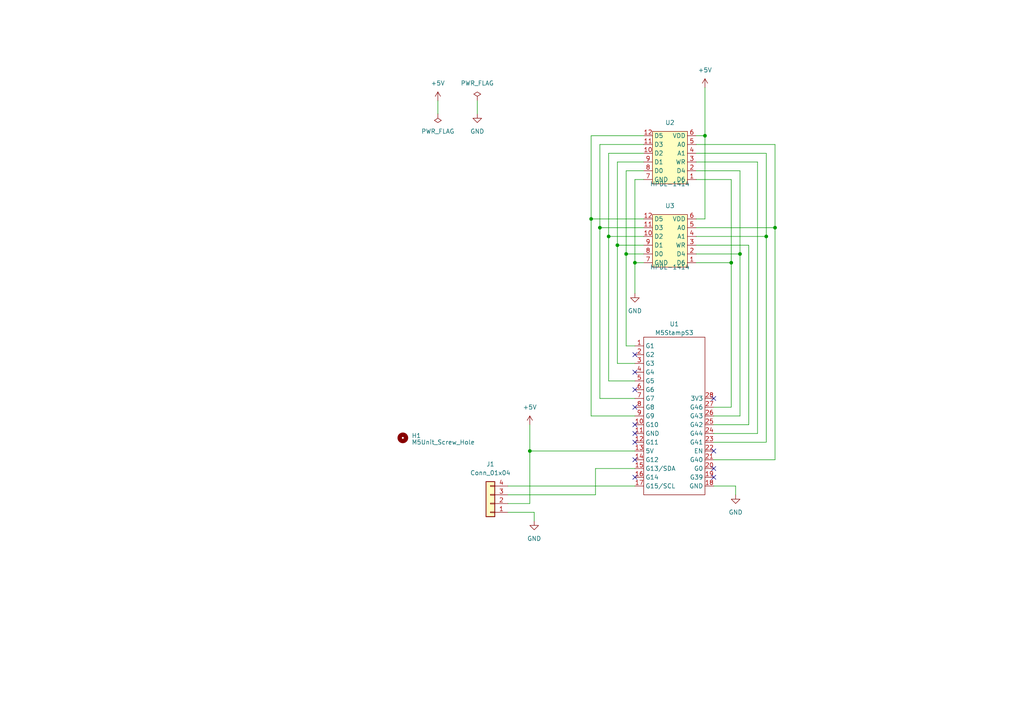
<source format=kicad_sch>
(kicad_sch (version 20231120) (generator "eeschema") (generator_version "8.0")
  (paper "A4")
  (lib_symbols
    (symbol "+5V_1" (power) (pin_numbers hide) (pin_names (offset 0) hide)
      (property "Value" "+5V" (at 0 3.556 0))
      (symbol "+5V_1_0_1"
        (polyline (pts (xy -0.762 1.27) (xy 0 2.54)))
        (polyline (pts (xy 0 0) (xy 0 2.54)))
        (polyline (pts (xy 0 2.54) (xy 0.762 1.27)))
      )
      (symbol "+5V_1_1_1"
        (pin power_in line (at 0 0 90) (length 0) (name "~") (number "1"))
      )
    )
    (symbol "Connector_Generic:Conn_01x04" (pin_names (offset 1.016) hide)
      (property "Reference" "J" (at 0 5.08 0))
      (property "Value" "Conn_01x04" (at 0 -7.62 0))
      (symbol "Conn_01x04_1_1"
        (rectangle (start -1.27 -4.953) (end 0 -5.207) (stroke (width 0.1524)))
        (rectangle (start -1.27 -2.413) (end 0 -2.667) (stroke (width 0.1524)))
        (rectangle (start -1.27 0.127) (end 0 -0.127) (stroke (width 0.1524)))
        (rectangle (start -1.27 2.667) (end 0 2.413) (stroke (width 0.1524)))
        (rectangle (start -1.27 3.81) (end 1.27 -6.35) (stroke (width 0.254)) (fill (type background)))
        (pin passive line (at -5.08 2.54 0) (length 3.81) (name "Pin_1") (number "1"))
        (pin passive line (at -5.08 0 0) (length 3.81) (name "Pin_2") (number "2"))
        (pin passive line (at -5.08 -2.54 0) (length 3.81) (name "Pin_3") (number "3"))
        (pin passive line (at -5.08 -5.08 0) (length 3.81) (name "Pin_4") (number "4"))
      )
    )
    (symbol "GND_1" (power) (pin_numbers hide) (pin_names (offset 0) hide)
      (property "Value" "GND" (at 0 -3.81 0))
      (symbol "GND_1_0_1"
        (polyline (pts (xy 0 0) (xy 0 -1.27) (xy 1.27 -1.27) (xy 0 -2.54) (xy -1.27 -1.27) (xy 0 -1.27)))
      )
      (symbol "GND_1_1_1"
        (pin power_in line (at 0 0 270) (length 0) (name "~") (number "1"))
      )
    )
    (symbol "Unit-HDPL:HPDL-1414"
      (property "Reference" "U" (at 0 1.27 0))
      (symbol "HPDL-1414_1_1"
        (rectangle (start -5.08 0) (end 5.08 -15.24) (fill (type background)))
        (pin input line (at -7.62 -1.27 0) (length 2.54) (name "D6") (number "1"))
        (pin input line (at 7.62 -8.89 180) (length 2.54) (name "D2") (number "10"))
        (pin input line (at 7.62 -11.43 180) (length 2.54) (name "D3") (number "11"))
        (pin input line (at 7.62 -13.97 180) (length 2.54) (name "D5") (number "12"))
        (pin input line (at -7.62 -3.81 0) (length 2.54) (name "D4") (number "2"))
        (pin input line (at -7.62 -6.35 0) (length 2.54) (name "WR") (number "3"))
        (pin input line (at -7.62 -8.89 0) (length 2.54) (name "A1") (number "4"))
        (pin input line (at -7.62 -11.43 0) (length 2.54) (name "A0") (number "5"))
        (pin power_in line (at -7.62 -13.97 0) (length 2.54) (name "VDD") (number "6"))
        (pin power_in line (at 7.62 -1.27 180) (length 2.54) (name "GND") (number "7"))
        (pin input line (at 7.62 -3.81 180) (length 2.54) (name "D0") (number "8"))
        (pin input line (at 7.62 -6.35 180) (length 2.54) (name "D1") (number "9"))
      )
    )
    (symbol "Unit-HDPL:M5StampS3"
      (property "Reference" "U" (at 0 1.27 0))
      (symbol "M5StampS3_0_1"
        (rectangle (start -8.89 0) (end 8.89 -45.72))
      )
      (symbol "M5StampS3_1_1"
        (pin bidirectional line (at -11.43 -2.54 0) (length 2.54) (name "G1") (number "1"))
        (pin bidirectional line (at -11.43 -25.4 0) (length 2.54) (name "G10") (number "10"))
        (pin power_in line (at -11.43 -27.94 0) (length 2.54) (name "GND") (number "11"))
        (pin bidirectional line (at -11.43 -30.48 0) (length 2.54) (name "G11") (number "12"))
        (pin power_in line (at -11.43 -33.02 0) (length 2.54) (name "5V") (number "13"))
        (pin bidirectional line (at -11.43 -35.56 0) (length 2.54) (name "G12") (number "14"))
        (pin bidirectional line (at -11.43 -38.1 0) (length 2.54) (name "G13/SDA") (number "15"))
        (pin bidirectional line (at -11.43 -40.64 0) (length 2.54) (name "G14") (number "16"))
        (pin bidirectional line (at -11.43 -43.18 0) (length 2.54) (name "G15/SCL") (number "17"))
        (pin power_in line (at 11.43 -43.18 180) (length 2.54) (name "GND") (number "18"))
        (pin bidirectional line (at 11.43 -40.64 180) (length 2.54) (name "G39") (number "19"))
        (pin bidirectional line (at -11.43 -5.08 0) (length 2.54) (name "G2") (number "2"))
        (pin bidirectional line (at 11.43 -38.1 180) (length 2.54) (name "G0") (number "20"))
        (pin bidirectional line (at 11.43 -35.56 180) (length 2.54) (name "G40") (number "21"))
        (pin bidirectional line (at 11.43 -33.02 180) (length 2.54) (name "EN") (number "22"))
        (pin bidirectional line (at 11.43 -30.48 180) (length 2.54) (name "G41") (number "23"))
        (pin bidirectional line (at 11.43 -27.94 180) (length 2.54) (name "G44") (number "24"))
        (pin bidirectional line (at 11.43 -25.4 180) (length 2.54) (name "G42") (number "25"))
        (pin bidirectional line (at 11.43 -22.86 180) (length 2.54) (name "G43") (number "26"))
        (pin bidirectional line (at 11.43 -20.32 180) (length 2.54) (name "G46") (number "27"))
        (pin power_in line (at 11.43 -17.78 180) (length 2.54) (name "3V3") (number "28"))
        (pin bidirectional line (at -11.43 -7.62 0) (length 2.54) (name "G3") (number "3"))
        (pin bidirectional line (at -11.43 -10.16 0) (length 2.54) (name "G4") (number "4"))
        (pin bidirectional line (at -11.43 -12.7 0) (length 2.54) (name "G5") (number "5"))
        (pin bidirectional line (at -11.43 -15.24 0) (length 2.54) (name "G6") (number "6"))
        (pin bidirectional line (at -11.43 -17.78 0) (length 2.54) (name "G7") (number "7"))
        (pin bidirectional line (at -11.43 -20.32 0) (length 2.54) (name "G8") (number "8"))
        (pin bidirectional line (at -11.43 -22.86 0) (length 2.54) (name "G9") (number "9"))
      )
    )
    (symbol "Unit-HDPL:unit_mouting_hole"
      (property "Reference" "H" (at 0 2.54 0))
      (symbol "unit_mouting_hole_1_1"
        (circle (center 0 0) (radius 0.9158) (stroke (width 1.27)))
      )
    )
    (symbol "power:+5V" (power) (pin_names (offset 0))
      (property "Value" "+5V" (at 0 3.556 0))
      (symbol "+5V_0_1"
        (polyline (pts (xy -0.762 1.27) (xy 0 2.54)))
        (polyline (pts (xy 0 0) (xy 0 2.54)))
        (polyline (pts (xy 0 2.54) (xy 0.762 1.27)))
      )
      (symbol "+5V_1_1"
        (pin power_in line (at 0 0 90) (length 0) hide (name "+5V") (number "1"))
      )
    )
    (symbol "power:GND" (power) (pin_names (offset 0))
      (property "Value" "GND" (at 0 -3.81 0))
      (symbol "GND_0_1"
        (polyline (pts (xy 0 0) (xy 0 -1.27) (xy 1.27 -1.27) (xy 0 -2.54) (xy -1.27 -1.27) (xy 0 -1.27)))
      )
      (symbol "GND_1_1"
        (pin power_in line (at 0 0 270) (length 0) hide (name "GND") (number "1"))
      )
    )
    (symbol "power:PWR_FLAG" (power) (pin_numbers hide) (pin_names (offset 0) hide)
      (property "Value" "PWR_FLAG" (at 0 3.81 0))
      (symbol "PWR_FLAG_0_0"
        (pin power_out line (at 0 0 90) (length 0) (name "~") (number "1"))
      )
      (symbol "PWR_FLAG_0_1"
        (polyline (pts (xy 0 0) (xy 0 1.27) (xy -1.016 1.905) (xy 0 2.54) (xy 1.016 1.905) (xy 0 1.27)))
      )
    )
  )
  (junction (at 173.99 66.04))
  (junction (at 184.15 76.2))
  (junction (at 176.53 68.58))
  (junction (at 224.79 66.04))
  (junction (at 171.45 63.5))
  (junction (at 212.09 76.2))
  (junction (at 214.63 73.66))
  (junction (at 153.67 130.81))
  (junction (at 204.47 39.37))
  (junction (at 222.25 68.58))
  (junction (at 181.61 73.66))
  (junction (at 179.07 71.12))
  (no_connect (at 184.15 133.35))
  (no_connect (at 184.15 128.27))
  (no_connect (at 184.15 125.73))
  (no_connect (at 184.15 123.19))
  (no_connect (at 207.01 115.57))
  (no_connect (at 184.15 138.43))
  (no_connect (at 207.01 135.89))
  (no_connect (at 184.15 118.11))
  (no_connect (at 184.15 113.03))
  (no_connect (at 207.01 138.43))
  (no_connect (at 184.15 102.87))
  (no_connect (at 184.15 107.95))
  (no_connect (at 207.01 130.81))
  (wire (pts (xy 184.15 130.81) (xy 153.67 130.81)))
  (wire (pts (xy 219.71 46.99) (xy 219.71 125.73)))
  (wire (pts (xy 212.09 52.07) (xy 212.09 76.2)))
  (wire (pts (xy 186.69 44.45) (xy 176.53 44.45)))
  (wire (pts (xy 171.45 63.5) (xy 186.69 63.5)))
  (wire (pts (xy 204.47 25.4) (xy 204.47 39.37)))
  (wire (pts (xy 213.36 140.97) (xy 213.36 143.51)))
  (wire (pts (xy 171.45 39.37) (xy 171.45 63.5)))
  (wire (pts (xy 153.67 130.81) (xy 153.67 146.05)))
  (wire (pts (xy 204.47 39.37) (xy 204.47 63.5)))
  (wire (pts (xy 179.07 46.99) (xy 186.69 46.99)))
  (wire (pts (xy 181.61 73.66) (xy 186.69 73.66)))
  (wire (pts (xy 147.32 143.51) (xy 172.72 143.51)))
  (wire (pts (xy 201.93 66.04) (xy 224.79 66.04)))
  (wire (pts (xy 214.63 73.66) (xy 214.63 49.53)))
  (wire (pts (xy 154.94 151.13) (xy 154.94 148.59)))
  (wire (pts (xy 224.79 66.04) (xy 224.79 133.35)))
  (wire (pts (xy 207.01 123.19) (xy 217.17 123.19)))
  (wire (pts (xy 153.67 123.19) (xy 153.67 130.81)))
  (wire (pts (xy 222.25 128.27) (xy 207.01 128.27)))
  (wire (pts (xy 201.93 71.12) (xy 217.17 71.12)))
  (wire (pts (xy 214.63 49.53) (xy 201.93 49.53)))
  (wire (pts (xy 138.43 29.21) (xy 138.43 33.02)))
  (wire (pts (xy 184.15 76.2) (xy 184.15 85.09)))
  (wire (pts (xy 212.09 76.2) (xy 212.09 118.11)))
  (wire (pts (xy 201.93 39.37) (xy 204.47 39.37)))
  (wire (pts (xy 176.53 44.45) (xy 176.53 68.58)))
  (wire (pts (xy 172.72 135.89) (xy 184.15 135.89)))
  (wire (pts (xy 186.69 39.37) (xy 171.45 39.37)))
  (wire (pts (xy 186.69 76.2) (xy 184.15 76.2)))
  (wire (pts (xy 186.69 49.53) (xy 181.61 49.53)))
  (wire (pts (xy 173.99 41.91) (xy 173.99 66.04)))
  (wire (pts (xy 171.45 120.65) (xy 184.15 120.65)))
  (wire (pts (xy 184.15 110.49) (xy 176.53 110.49)))
  (wire (pts (xy 184.15 115.57) (xy 173.99 115.57)))
  (wire (pts (xy 173.99 66.04) (xy 186.69 66.04)))
  (wire (pts (xy 207.01 118.11) (xy 212.09 118.11)))
  (wire (pts (xy 179.07 105.41) (xy 184.15 105.41)))
  (wire (pts (xy 127 29.21) (xy 127 33.02)))
  (wire (pts (xy 201.93 41.91) (xy 224.79 41.91)))
  (wire (pts (xy 179.07 71.12) (xy 179.07 105.41)))
  (wire (pts (xy 222.25 44.45) (xy 222.25 68.58)))
  (wire (pts (xy 179.07 71.12) (xy 186.69 71.12)))
  (wire (pts (xy 186.69 52.07) (xy 184.15 52.07)))
  (wire (pts (xy 224.79 133.35) (xy 207.01 133.35)))
  (wire (pts (xy 224.79 41.91) (xy 224.79 66.04)))
  (wire (pts (xy 154.94 148.59) (xy 147.32 148.59)))
  (wire (pts (xy 201.93 68.58) (xy 222.25 68.58)))
  (wire (pts (xy 147.32 146.05) (xy 153.67 146.05)))
  (wire (pts (xy 172.72 143.51) (xy 172.72 135.89)))
  (wire (pts (xy 179.07 46.99) (xy 179.07 71.12)))
  (wire (pts (xy 201.93 76.2) (xy 212.09 76.2)))
  (wire (pts (xy 176.53 68.58) (xy 186.69 68.58)))
  (wire (pts (xy 207.01 120.65) (xy 214.63 120.65)))
  (wire (pts (xy 181.61 100.33) (xy 184.15 100.33)))
  (wire (pts (xy 173.99 66.04) (xy 173.99 115.57)))
  (wire (pts (xy 176.53 68.58) (xy 176.53 110.49)))
  (wire (pts (xy 201.93 44.45) (xy 222.25 44.45)))
  (wire (pts (xy 147.32 140.97) (xy 184.15 140.97)))
  (wire (pts (xy 181.61 73.66) (xy 181.61 100.33)))
  (wire (pts (xy 184.15 52.07) (xy 184.15 76.2)))
  (wire (pts (xy 201.93 73.66) (xy 214.63 73.66)))
  (wire (pts (xy 181.61 49.53) (xy 181.61 73.66)))
  (wire (pts (xy 214.63 120.65) (xy 214.63 73.66)))
  (wire (pts (xy 201.93 52.07) (xy 212.09 52.07)))
  (wire (pts (xy 171.45 63.5) (xy 171.45 120.65)))
  (wire (pts (xy 173.99 41.91) (xy 186.69 41.91)))
  (wire (pts (xy 222.25 68.58) (xy 222.25 128.27)))
  (wire (pts (xy 207.01 125.73) (xy 219.71 125.73)))
  (wire (pts (xy 207.01 140.97) (xy 213.36 140.97)))
  (wire (pts (xy 217.17 71.12) (xy 217.17 123.19)))
  (wire (pts (xy 201.93 63.5) (xy 204.47 63.5)))
  (wire (pts (xy 201.93 46.99) (xy 219.71 46.99)))
  (symbol (lib_name "GND_1") (lib_id "power:GND") (at 138.43 33.02 0) (unit 1)
    (property "Reference" "#PWR02" (effects (hide yes)))
    (property "Value" "GND" (at 138.43 38.1 0))
    (property "Description" "Power symbol creates a global label with name \"GND\" , ground" (effects (hide yes)))
  )
  (symbol (lib_id "Unit-HDPL:M5StampS3") (at 195.58 97.79 0) (unit 1)
    (property "Reference" "U1" (at 195.58 93.98 0))
    (property "Value" "M5StampS3" (at 195.58 96.52 0))
    (property "Footprint" "footprints:M5StampS3" (effects (hide yes)))
  )
  (symbol (lib_id "power:GND") (at 184.15 85.09 0) (unit 1)
    (property "Reference" "#PWR06" (effects (hide yes)))
    (property "Value" "GND" (at 184.15 90.17 0))
  )
  (symbol (lib_id "power:PWR_FLAG") (at 138.43 29.21 0) (unit 1)
    (property "Reference" "#FLG01" (effects (hide yes)))
    (property "Value" "PWR_FLAG" (at 138.43 24.13 0))
    (property "Description" "Special symbol for telling ERC where power comes from" (effects (hide yes)))
  )
  (symbol (lib_id "power:+5V") (at 204.47 25.4 0) (unit 1)
    (property "Reference" "#PWR08" (effects (hide yes)))
    (property "Value" "+5V" (at 204.47 20.32 0))
  )
  (symbol (lib_id "power:GND") (at 213.36 143.51 0) (unit 1)
    (property "Reference" "#PWR05" (effects (hide yes)))
    (property "Value" "GND" (at 213.36 148.59 0))
  )
  (symbol (lib_id "Unit-HDPL:unit_mouting_hole") (at 116.84 127 0) (unit 1)
    (property "Reference" "H1" (at 119.38 126.3649 0) (effects (justify left)))
    (property "Value" "M5Unit_Screw_Hole" (at 119.38 128.27 0) (effects (justify left)))
    (property "Footprint" "footprints:unit_mounting_hole" (effects (hide yes)))
    (property "Description" "M5Unit Screw Hole" (effects (hide yes)))
  )
  (symbol (lib_id "power:PWR_FLAG") (at 127 33.02 180) (unit 1)
    (property "Reference" "#FLG02" (effects (hide yes)))
    (property "Value" "PWR_FLAG" (at 127 38.1 0))
    (property "Description" "Special symbol for telling ERC where power comes from" (effects (hide yes)))
  )
  (symbol (lib_id "Connector_Generic:Conn_01x04") (at 142.24 146.05 180) (unit 1)
    (property "Reference" "J1" (at 142.24 134.62 0))
    (property "Value" "Conn_01x04" (at 142.24 137.16 0))
    (property "Footprint" "footprints:HY2.0-4P" (effects (hide yes)))
  )
  (symbol (lib_id "Unit-HDPL:HPDL-1414") (at 194.31 77.47 180) (unit 1)
    (property "Reference" "U3" (at 194.31 59.69 0))
    (property "Value" "HPDL-1414" (at 194.31 77.47 0))
    (property "Footprint" "footprints:HPDL-1414" (effects (hide yes)))
  )
  (symbol (lib_id "Unit-HDPL:HPDL-1414") (at 194.31 53.34 180) (unit 1)
    (property "Reference" "U2" (at 194.31 35.56 0))
    (property "Value" "HPDL-1414" (at 194.31 53.34 0))
    (property "Footprint" "footprints:HPDL-1414" (effects (hide yes)))
  )
  (symbol (lib_id "power:+5V") (at 153.67 123.19 0) (unit 1)
    (property "Reference" "#PWR03" (effects (hide yes)))
    (property "Value" "+5V" (at 153.67 118.11 0))
  )
  (symbol (lib_id "power:GND") (at 154.94 151.13 0) (unit 1)
    (property "Reference" "#PWR04" (effects (hide yes)))
    (property "Value" "GND" (at 154.94 156.21 0))
  )
  (symbol (lib_name "+5V_1") (lib_id "power:+5V") (at 127 29.21 0) (unit 1)
    (property "Reference" "#PWR01" (effects (hide yes)))
    (property "Value" "+5V" (at 127 24.13 0))
    (property "Description" "Power symbol creates a global label with name \"+5V\"" (effects (hide yes)))
  )
)
</source>
